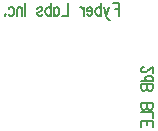
<source format=gbo>
G04 DipTrace 2.4.0.2*
%IN2dBBLE.gbo*%
%MOIN*%
%ADD66C,0.0062*%
%FSLAX44Y44*%
G04*
G70*
G90*
G75*
G01*
%LNBotSilk*%
%LPD*%
X10298Y9810D2*
D66*
X10497D1*
Y9408D1*
Y9619D2*
X10374D1*
X10183Y9676D2*
X10092Y9408D1*
X10122Y9332D1*
X10153Y9293D1*
X10183Y9274D1*
X10199D1*
X10000Y9676D2*
X10092Y9408D1*
X9901Y9810D2*
Y9408D1*
Y9619D2*
X9870Y9657D1*
X9840Y9676D1*
X9794D1*
X9763Y9657D1*
X9733Y9619D1*
X9717Y9561D1*
Y9523D1*
X9733Y9466D1*
X9763Y9428D1*
X9794Y9408D1*
X9840D1*
X9870Y9428D1*
X9901Y9466D1*
X9619Y9561D2*
X9435D1*
Y9600D1*
X9450Y9638D1*
X9465Y9657D1*
X9496Y9676D1*
X9542D1*
X9573Y9657D1*
X9603Y9619D1*
X9619Y9561D1*
Y9523D1*
X9603Y9466D1*
X9573Y9428D1*
X9542Y9408D1*
X9496D1*
X9465Y9428D1*
X9435Y9466D1*
X9336Y9676D2*
Y9408D1*
Y9561D2*
X9321Y9619D1*
X9290Y9657D1*
X9259Y9676D1*
X9213D1*
X8804Y9810D2*
Y9408D1*
X8620D1*
X8338Y9676D2*
Y9408D1*
Y9619D2*
X8368Y9657D1*
X8399Y9676D1*
X8444D1*
X8475Y9657D1*
X8506Y9619D1*
X8521Y9561D1*
Y9523D1*
X8506Y9466D1*
X8475Y9428D1*
X8444Y9408D1*
X8399D1*
X8368Y9428D1*
X8338Y9466D1*
X8239Y9810D2*
Y9408D1*
Y9619D2*
X8208Y9657D1*
X8178Y9676D1*
X8132D1*
X8101Y9657D1*
X8070Y9619D1*
X8055Y9561D1*
Y9523D1*
X8070Y9466D1*
X8101Y9428D1*
X8132Y9408D1*
X8178D1*
X8208Y9428D1*
X8239Y9466D1*
X7788Y9619D2*
X7803Y9657D1*
X7849Y9676D1*
X7895D1*
X7941Y9657D1*
X7956Y9619D1*
X7941Y9581D1*
X7910Y9561D1*
X7834Y9542D1*
X7803Y9523D1*
X7788Y9485D1*
Y9466D1*
X7803Y9428D1*
X7849Y9408D1*
X7895D1*
X7941Y9428D1*
X7956Y9466D1*
X7378Y9810D2*
Y9408D1*
X7279Y9676D2*
Y9408D1*
Y9600D2*
X7233Y9657D1*
X7203Y9676D1*
X7157D1*
X7126Y9657D1*
X7111Y9600D1*
Y9408D1*
X6828Y9619D2*
X6859Y9657D1*
X6890Y9676D1*
X6935D1*
X6966Y9657D1*
X6997Y9619D1*
X7012Y9561D1*
Y9523D1*
X6997Y9466D1*
X6966Y9428D1*
X6935Y9408D1*
X6890D1*
X6859Y9428D1*
X6828Y9466D1*
X6714Y9447D2*
X6729Y9427D1*
X6714Y9408D1*
X6699Y9427D1*
X6714Y9447D1*
X11338Y7694D2*
X11319D1*
X11280Y7678D1*
X11261Y7663D1*
X11242Y7632D1*
Y7571D1*
X11261Y7541D1*
X11280Y7526D1*
X11319Y7510D1*
X11357D1*
X11395Y7526D1*
X11452Y7556D1*
X11644Y7709D1*
Y7495D1*
X11242Y7212D2*
X11644D1*
X11433D2*
X11395Y7243D1*
X11376Y7274D1*
Y7320D1*
X11395Y7350D1*
X11433Y7381D1*
X11491Y7396D1*
X11529D1*
X11586Y7381D1*
X11624Y7350D1*
X11644Y7320D1*
Y7274D1*
X11624Y7243D1*
X11586Y7212D1*
X11242Y7114D2*
X11644D1*
Y6976D1*
X11624Y6930D1*
X11605Y6915D1*
X11567Y6899D1*
X11510D1*
X11471Y6915D1*
X11452Y6930D1*
X11433Y6976D1*
X11414Y6930D1*
X11395Y6915D1*
X11357Y6899D1*
X11318D1*
X11280Y6915D1*
X11261Y6930D1*
X11242Y6976D1*
Y7114D1*
X11433D2*
Y6976D1*
X11242Y6489D2*
X11644D1*
Y6351D1*
X11624Y6305D1*
X11605Y6290D1*
X11567Y6275D1*
X11510D1*
X11471Y6290D1*
X11452Y6305D1*
X11433Y6351D1*
X11414Y6305D1*
X11395Y6290D1*
X11357Y6275D1*
X11318D1*
X11280Y6290D1*
X11261Y6305D1*
X11242Y6351D1*
Y6489D1*
X11433D2*
Y6351D1*
X11242Y6176D2*
X11644D1*
Y5993D1*
X11242Y5695D2*
Y5894D1*
X11644D1*
Y5695D1*
X11433Y5894D2*
Y5771D1*
M02*

</source>
